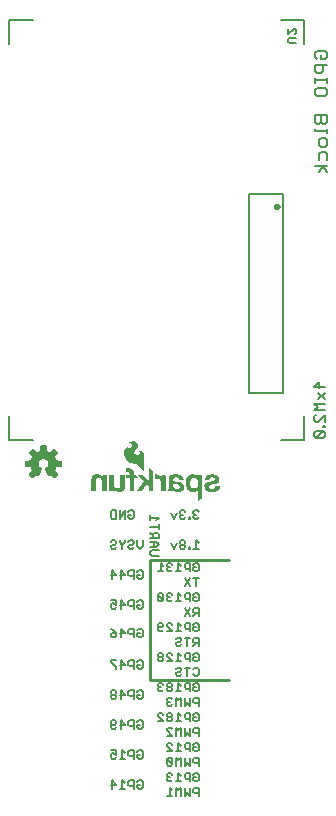
<source format=gbr>
G04 EAGLE Gerber RS-274X export*
G75*
%MOMM*%
%FSLAX34Y34*%
%LPD*%
%INSilkscreen Bottom*%
%IPPOS*%
%AMOC8*
5,1,8,0,0,1.08239X$1,22.5*%
G01*
%ADD10C,0.152400*%
%ADD11C,0.203200*%
%ADD12C,0.127000*%
%ADD13C,0.254000*%
%ADD14C,0.304800*%

G36*
X67740Y5226D02*
X67740Y5226D01*
X67848Y5236D01*
X67861Y5242D01*
X67875Y5244D01*
X67972Y5292D01*
X68071Y5337D01*
X68084Y5348D01*
X68093Y5352D01*
X68108Y5368D01*
X68185Y5430D01*
X70770Y8015D01*
X70833Y8104D01*
X70899Y8189D01*
X70904Y8202D01*
X70912Y8214D01*
X70943Y8317D01*
X70979Y8420D01*
X70979Y8434D01*
X70983Y8447D01*
X70979Y8555D01*
X70980Y8664D01*
X70975Y8677D01*
X70975Y8691D01*
X70937Y8793D01*
X70902Y8895D01*
X70893Y8910D01*
X70889Y8919D01*
X70875Y8936D01*
X70821Y9018D01*
X68057Y12408D01*
X68614Y13490D01*
X68620Y13510D01*
X68662Y13605D01*
X69033Y14764D01*
X73384Y15207D01*
X73488Y15235D01*
X73594Y15260D01*
X73606Y15267D01*
X73619Y15270D01*
X73709Y15331D01*
X73802Y15388D01*
X73810Y15399D01*
X73822Y15407D01*
X73888Y15493D01*
X73957Y15577D01*
X73961Y15590D01*
X73970Y15601D01*
X74004Y15704D01*
X74043Y15805D01*
X74044Y15823D01*
X74048Y15832D01*
X74048Y15854D01*
X74057Y15952D01*
X74057Y19608D01*
X74040Y19715D01*
X74026Y19823D01*
X74020Y19835D01*
X74018Y19849D01*
X73966Y19945D01*
X73919Y20042D01*
X73909Y20052D01*
X73903Y20064D01*
X73823Y20138D01*
X73747Y20215D01*
X73735Y20221D01*
X73725Y20231D01*
X73626Y20276D01*
X73529Y20324D01*
X73511Y20328D01*
X73502Y20332D01*
X73481Y20334D01*
X73384Y20353D01*
X69033Y20796D01*
X68662Y21955D01*
X68653Y21973D01*
X68651Y21980D01*
X68647Y21987D01*
X68614Y22070D01*
X68057Y23152D01*
X70821Y26542D01*
X70875Y26636D01*
X70932Y26728D01*
X70935Y26741D01*
X70942Y26753D01*
X70963Y26860D01*
X70988Y26965D01*
X70986Y26979D01*
X70989Y26993D01*
X70974Y27100D01*
X70964Y27208D01*
X70958Y27221D01*
X70956Y27235D01*
X70908Y27332D01*
X70863Y27431D01*
X70852Y27444D01*
X70848Y27453D01*
X70832Y27468D01*
X70770Y27545D01*
X68185Y30130D01*
X68096Y30193D01*
X68011Y30259D01*
X67998Y30264D01*
X67986Y30272D01*
X67883Y30303D01*
X67780Y30339D01*
X67766Y30339D01*
X67753Y30343D01*
X67645Y30339D01*
X67536Y30340D01*
X67523Y30335D01*
X67509Y30335D01*
X67407Y30297D01*
X67305Y30262D01*
X67290Y30253D01*
X67281Y30249D01*
X67264Y30235D01*
X67182Y30181D01*
X63792Y27417D01*
X62710Y27974D01*
X62690Y27980D01*
X62595Y28022D01*
X61436Y28393D01*
X60993Y32744D01*
X60965Y32848D01*
X60940Y32954D01*
X60933Y32966D01*
X60930Y32979D01*
X60869Y33069D01*
X60812Y33162D01*
X60801Y33170D01*
X60793Y33182D01*
X60707Y33248D01*
X60623Y33317D01*
X60610Y33321D01*
X60599Y33330D01*
X60496Y33364D01*
X60395Y33403D01*
X60377Y33404D01*
X60368Y33408D01*
X60346Y33408D01*
X60248Y33417D01*
X56592Y33417D01*
X56485Y33400D01*
X56377Y33386D01*
X56365Y33380D01*
X56351Y33378D01*
X56255Y33326D01*
X56158Y33279D01*
X56148Y33269D01*
X56136Y33263D01*
X56062Y33183D01*
X55985Y33107D01*
X55979Y33095D01*
X55969Y33085D01*
X55924Y32986D01*
X55876Y32889D01*
X55872Y32871D01*
X55868Y32862D01*
X55866Y32841D01*
X55847Y32744D01*
X55404Y28393D01*
X54245Y28022D01*
X54227Y28012D01*
X54130Y27974D01*
X53048Y27417D01*
X49658Y30181D01*
X49564Y30235D01*
X49472Y30292D01*
X49459Y30295D01*
X49447Y30302D01*
X49340Y30323D01*
X49235Y30348D01*
X49221Y30346D01*
X49207Y30349D01*
X49100Y30334D01*
X48992Y30324D01*
X48979Y30318D01*
X48966Y30316D01*
X48868Y30268D01*
X48769Y30223D01*
X48756Y30212D01*
X48747Y30208D01*
X48732Y30192D01*
X48655Y30130D01*
X46070Y27545D01*
X46007Y27456D01*
X45941Y27371D01*
X45936Y27358D01*
X45928Y27346D01*
X45897Y27243D01*
X45861Y27140D01*
X45861Y27126D01*
X45857Y27113D01*
X45861Y27005D01*
X45860Y26896D01*
X45865Y26883D01*
X45865Y26869D01*
X45903Y26767D01*
X45938Y26665D01*
X45947Y26650D01*
X45951Y26641D01*
X45965Y26624D01*
X46019Y26542D01*
X48783Y23152D01*
X48226Y22070D01*
X48220Y22050D01*
X48178Y21955D01*
X47807Y20796D01*
X43456Y20353D01*
X43352Y20325D01*
X43246Y20300D01*
X43234Y20293D01*
X43221Y20290D01*
X43131Y20229D01*
X43038Y20172D01*
X43030Y20161D01*
X43018Y20153D01*
X42952Y20067D01*
X42884Y19983D01*
X42879Y19970D01*
X42870Y19959D01*
X42836Y19856D01*
X42797Y19755D01*
X42796Y19737D01*
X42792Y19728D01*
X42793Y19706D01*
X42783Y19608D01*
X42783Y15952D01*
X42800Y15845D01*
X42814Y15737D01*
X42820Y15725D01*
X42822Y15711D01*
X42874Y15615D01*
X42921Y15518D01*
X42931Y15508D01*
X42937Y15496D01*
X43017Y15422D01*
X43093Y15345D01*
X43105Y15339D01*
X43116Y15329D01*
X43214Y15284D01*
X43311Y15236D01*
X43329Y15232D01*
X43338Y15228D01*
X43359Y15226D01*
X43456Y15207D01*
X47807Y14764D01*
X48178Y13605D01*
X48188Y13587D01*
X48226Y13490D01*
X48783Y12408D01*
X46019Y9018D01*
X45965Y8924D01*
X45908Y8832D01*
X45905Y8819D01*
X45898Y8807D01*
X45877Y8700D01*
X45852Y8595D01*
X45854Y8581D01*
X45851Y8567D01*
X45866Y8460D01*
X45876Y8352D01*
X45882Y8339D01*
X45884Y8326D01*
X45932Y8228D01*
X45977Y8129D01*
X45988Y8116D01*
X45992Y8107D01*
X46008Y8092D01*
X46070Y8015D01*
X48655Y5430D01*
X48744Y5367D01*
X48829Y5301D01*
X48842Y5296D01*
X48854Y5288D01*
X48957Y5257D01*
X49060Y5221D01*
X49074Y5221D01*
X49087Y5217D01*
X49195Y5221D01*
X49304Y5220D01*
X49317Y5225D01*
X49331Y5225D01*
X49433Y5263D01*
X49535Y5298D01*
X49550Y5307D01*
X49559Y5311D01*
X49576Y5325D01*
X49658Y5379D01*
X53048Y8143D01*
X54130Y7586D01*
X54183Y7569D01*
X54232Y7543D01*
X54298Y7532D01*
X54362Y7511D01*
X54418Y7512D01*
X54472Y7503D01*
X54539Y7514D01*
X54606Y7515D01*
X54658Y7533D01*
X54713Y7542D01*
X54773Y7574D01*
X54836Y7597D01*
X54879Y7631D01*
X54929Y7657D01*
X54975Y7706D01*
X55027Y7748D01*
X55058Y7795D01*
X55096Y7835D01*
X55152Y7940D01*
X55160Y7953D01*
X55161Y7958D01*
X55165Y7965D01*
X57318Y13162D01*
X57338Y13245D01*
X57343Y13258D01*
X57345Y13274D01*
X57370Y13359D01*
X57369Y13380D01*
X57374Y13400D01*
X57366Y13482D01*
X57367Y13501D01*
X57363Y13521D01*
X57359Y13602D01*
X57352Y13622D01*
X57350Y13643D01*
X57318Y13712D01*
X57312Y13739D01*
X57297Y13763D01*
X57271Y13830D01*
X57258Y13846D01*
X57249Y13865D01*
X57204Y13914D01*
X57184Y13946D01*
X57153Y13971D01*
X57115Y14017D01*
X57092Y14033D01*
X57082Y14043D01*
X57061Y14055D01*
X56996Y14100D01*
X56995Y14101D01*
X56994Y14102D01*
X56095Y14608D01*
X55408Y15252D01*
X54893Y16040D01*
X54581Y16928D01*
X54489Y17865D01*
X54622Y18797D01*
X54973Y19671D01*
X55522Y20436D01*
X56236Y21049D01*
X57076Y21474D01*
X57993Y21688D01*
X58934Y21678D01*
X59846Y21444D01*
X60676Y21001D01*
X61377Y20372D01*
X61909Y19595D01*
X62240Y18714D01*
X62353Y17779D01*
X62245Y16862D01*
X61925Y15994D01*
X61411Y15225D01*
X60732Y14598D01*
X59848Y14103D01*
X59806Y14070D01*
X59764Y14047D01*
X59733Y14014D01*
X59685Y13979D01*
X59673Y13963D01*
X59657Y13950D01*
X59622Y13895D01*
X59597Y13869D01*
X59584Y13839D01*
X59542Y13781D01*
X59536Y13762D01*
X59526Y13745D01*
X59507Y13670D01*
X59497Y13647D01*
X59494Y13623D01*
X59471Y13548D01*
X59472Y13528D01*
X59467Y13508D01*
X59474Y13422D01*
X59473Y13404D01*
X59476Y13388D01*
X59479Y13304D01*
X59487Y13279D01*
X59488Y13265D01*
X59498Y13243D01*
X59522Y13162D01*
X60451Y10919D01*
X60451Y10918D01*
X61382Y8671D01*
X61383Y8671D01*
X61675Y7965D01*
X61704Y7918D01*
X61725Y7866D01*
X61768Y7815D01*
X61804Y7758D01*
X61847Y7723D01*
X61883Y7680D01*
X61940Y7646D01*
X61992Y7603D01*
X62044Y7584D01*
X62092Y7555D01*
X62158Y7541D01*
X62221Y7517D01*
X62276Y7515D01*
X62330Y7504D01*
X62397Y7511D01*
X62464Y7509D01*
X62518Y7525D01*
X62573Y7532D01*
X62684Y7576D01*
X62698Y7580D01*
X62702Y7583D01*
X62710Y7586D01*
X63792Y8143D01*
X67182Y5379D01*
X67276Y5325D01*
X67368Y5268D01*
X67381Y5265D01*
X67393Y5258D01*
X67500Y5237D01*
X67605Y5212D01*
X67619Y5214D01*
X67633Y5211D01*
X67740Y5226D01*
G37*
G36*
X143495Y11259D02*
X143495Y11259D01*
X143495Y11260D01*
X143495Y24060D01*
X143495Y24061D01*
X143295Y25861D01*
X143294Y25861D01*
X143295Y25862D01*
X143095Y26462D01*
X143094Y26462D01*
X142794Y27062D01*
X142794Y27063D01*
X142494Y27563D01*
X142493Y27563D01*
X142493Y27564D01*
X141993Y27864D01*
X141593Y28164D01*
X141592Y28164D01*
X141592Y28165D01*
X140592Y28565D01*
X140591Y28564D01*
X140591Y28565D01*
X139991Y28665D01*
X139990Y28665D01*
X139190Y28665D01*
X139189Y28664D01*
X139189Y28665D01*
X138789Y28565D01*
X138590Y28565D01*
X138589Y28564D01*
X138588Y28564D01*
X138388Y28464D01*
X138387Y28464D01*
X138387Y28462D01*
X138385Y28458D01*
X138387Y28458D01*
X138386Y28456D01*
X138486Y28356D01*
X138488Y28356D01*
X138888Y28156D01*
X138888Y28155D01*
X139187Y28056D01*
X139386Y27856D01*
X139586Y27657D01*
X139786Y27358D01*
X139885Y27059D01*
X139885Y26761D01*
X139785Y26462D01*
X139586Y26063D01*
X139287Y25764D01*
X138988Y25564D01*
X138489Y25365D01*
X137990Y25265D01*
X137191Y25265D01*
X136392Y25465D01*
X135793Y25864D01*
X135394Y26363D01*
X135195Y26961D01*
X135195Y27659D01*
X135494Y28357D01*
X136194Y29157D01*
X136994Y30057D01*
X137694Y30857D01*
X137694Y30858D01*
X138194Y31758D01*
X138194Y31759D01*
X138195Y31759D01*
X138395Y32659D01*
X138395Y32660D01*
X138395Y33460D01*
X138394Y33461D01*
X138395Y33462D01*
X138095Y34362D01*
X138094Y34362D01*
X138094Y34363D01*
X137594Y35063D01*
X137593Y35063D01*
X137593Y35064D01*
X136693Y35864D01*
X136692Y35864D01*
X135592Y36464D01*
X135591Y36464D01*
X135591Y36465D01*
X134491Y36665D01*
X134490Y36665D01*
X133490Y36665D01*
X133489Y36664D01*
X133488Y36665D01*
X132588Y36365D01*
X131788Y36065D01*
X131788Y36064D01*
X131188Y35764D01*
X131187Y35764D01*
X130787Y35464D01*
X130786Y35464D01*
X130686Y35364D01*
X130686Y35362D01*
X130685Y35361D01*
X130686Y35359D01*
X130686Y35357D01*
X130688Y35357D01*
X130690Y35355D01*
X130990Y35355D01*
X130991Y35356D01*
X130992Y35355D01*
X131291Y35455D01*
X131589Y35455D01*
X131989Y35355D01*
X132488Y35255D01*
X132887Y35056D01*
X133286Y34756D01*
X133486Y34458D01*
X133585Y34158D01*
X133586Y34158D01*
X133685Y33958D01*
X133785Y33660D01*
X133685Y33362D01*
X133685Y33361D01*
X133585Y32962D01*
X133386Y32663D01*
X133386Y32662D01*
X133186Y32263D01*
X132887Y31964D01*
X132587Y31764D01*
X132187Y31464D01*
X131888Y31264D01*
X131089Y30865D01*
X130391Y30865D01*
X130092Y30965D01*
X129794Y31163D01*
X129695Y31462D01*
X129595Y31761D01*
X129595Y32560D01*
X129594Y32561D01*
X129595Y32562D01*
X129593Y32562D01*
X129591Y32565D01*
X129589Y32564D01*
X129588Y32564D01*
X128788Y32164D01*
X128787Y32163D01*
X128786Y32163D01*
X127986Y31263D01*
X127286Y30063D01*
X127286Y30062D01*
X127285Y30062D01*
X126785Y28662D01*
X126785Y28661D01*
X126485Y27061D01*
X126486Y27060D01*
X126485Y27060D01*
X126585Y25260D01*
X126586Y25259D01*
X126585Y25259D01*
X127085Y23459D01*
X127086Y23458D01*
X128086Y21658D01*
X128086Y21657D01*
X128786Y20757D01*
X128787Y20757D01*
X128786Y20756D01*
X129586Y19956D01*
X129587Y19956D01*
X130387Y19256D01*
X131387Y18656D01*
X131388Y18656D01*
X131388Y18655D01*
X132388Y18255D01*
X132389Y18256D01*
X132389Y18255D01*
X133489Y17955D01*
X134689Y17755D01*
X134690Y17755D01*
X136590Y17755D01*
X137188Y17655D01*
X137687Y17356D01*
X138187Y16956D01*
X138687Y16556D01*
X139186Y15957D01*
X139187Y15957D01*
X139186Y15956D01*
X140486Y14657D01*
X140986Y13957D01*
X140987Y13957D01*
X140986Y13956D01*
X141586Y13357D01*
X142086Y12757D01*
X142087Y12757D01*
X142086Y12756D01*
X142586Y12257D01*
X142886Y11857D01*
X142887Y11857D01*
X142886Y11856D01*
X143186Y11557D01*
X143386Y11257D01*
X143389Y11256D01*
X143390Y11255D01*
X143490Y11255D01*
X143495Y11259D01*
G37*
G36*
X189192Y-14243D02*
X189192Y-14243D01*
X189194Y-14244D01*
X190093Y-13344D01*
X191593Y-12144D01*
X191594Y-12144D01*
X192493Y-11244D01*
X192993Y-10844D01*
X192993Y-10842D01*
X192995Y-10841D01*
X192995Y-10840D01*
X192995Y7660D01*
X192992Y7663D01*
X192991Y7665D01*
X192591Y7765D01*
X192091Y7865D01*
X192090Y7865D01*
X191591Y7865D01*
X191191Y7965D01*
X190691Y8065D01*
X190291Y8165D01*
X189291Y8365D01*
X189290Y8364D01*
X189285Y8362D01*
X189286Y8361D01*
X189285Y8360D01*
X189285Y6574D01*
X188894Y7063D01*
X188894Y7064D01*
X188494Y7464D01*
X188493Y7464D01*
X187993Y7864D01*
X186993Y8464D01*
X186991Y8464D01*
X186991Y8465D01*
X185791Y8665D01*
X185790Y8665D01*
X185090Y8665D01*
X185024Y8661D01*
X185023Y8661D01*
X184949Y8656D01*
X184875Y8651D01*
X184874Y8651D01*
X184800Y8646D01*
X184725Y8641D01*
X184651Y8636D01*
X184576Y8631D01*
X184502Y8626D01*
X184427Y8621D01*
X184353Y8616D01*
X184278Y8611D01*
X184204Y8606D01*
X184129Y8601D01*
X184055Y8596D01*
X183980Y8591D01*
X183906Y8586D01*
X183905Y8586D01*
X183831Y8581D01*
X183757Y8576D01*
X183756Y8576D01*
X183682Y8571D01*
X183607Y8566D01*
X183590Y8565D01*
X183589Y8564D01*
X183588Y8565D01*
X182188Y8065D01*
X182188Y8064D01*
X182187Y8064D01*
X181087Y7364D01*
X181087Y7363D01*
X181086Y7363D01*
X180186Y6363D01*
X179486Y5263D01*
X179486Y5262D01*
X179485Y5261D01*
X179085Y3961D01*
X178785Y2561D01*
X178785Y2560D01*
X178685Y1060D01*
X178785Y-340D01*
X178785Y-341D01*
X179085Y-1641D01*
X179086Y-1641D01*
X179085Y-1642D01*
X179585Y-2842D01*
X179586Y-2842D01*
X180186Y-3942D01*
X180187Y-3943D01*
X180186Y-3944D01*
X181086Y-4844D01*
X181087Y-4844D01*
X182187Y-5644D01*
X182188Y-5644D01*
X182188Y-5645D01*
X183388Y-6045D01*
X183389Y-6044D01*
X183389Y-6045D01*
X184889Y-6245D01*
X184890Y-6245D01*
X184891Y-6245D01*
X186691Y-5945D01*
X186691Y-5944D01*
X186692Y-5944D01*
X187292Y-5644D01*
X187293Y-5644D01*
X188293Y-5044D01*
X188293Y-5043D01*
X188294Y-5043D01*
X189092Y-4045D01*
X189185Y-4045D01*
X189185Y-14240D01*
X189186Y-14241D01*
X189186Y-14243D01*
X189188Y-14243D01*
X189189Y-14245D01*
X189190Y-14245D01*
X189192Y-14243D01*
G37*
G36*
X173190Y-6245D02*
X173190Y-6245D01*
X173191Y-6245D01*
X173690Y-6145D01*
X174190Y-6145D01*
X174191Y-6144D01*
X174191Y-6145D01*
X174591Y-6045D01*
X174592Y-6044D01*
X174592Y-6045D01*
X175092Y-5845D01*
X175092Y-5844D01*
X175492Y-5644D01*
X175493Y-5644D01*
X175792Y-5444D01*
X176192Y-5244D01*
X176193Y-5243D01*
X176194Y-5244D01*
X176494Y-4944D01*
X176494Y-4943D01*
X176694Y-4643D01*
X176994Y-4243D01*
X177194Y-3943D01*
X177194Y-3942D01*
X177195Y-3941D01*
X177295Y-3442D01*
X177494Y-3042D01*
X177494Y-3041D01*
X177495Y-3041D01*
X177495Y-3040D01*
X177495Y-2540D01*
X177595Y-2041D01*
X177594Y-2040D01*
X177595Y-2039D01*
X177395Y-939D01*
X177395Y-938D01*
X177095Y-38D01*
X177094Y-38D01*
X176694Y662D01*
X176693Y663D01*
X176693Y664D01*
X175993Y1264D01*
X175992Y1264D01*
X175292Y1664D01*
X175292Y1665D01*
X174492Y1965D01*
X174491Y1965D01*
X173691Y2165D01*
X170991Y2465D01*
X170291Y2565D01*
X169591Y2765D01*
X168992Y2965D01*
X168493Y3264D01*
X168195Y3662D01*
X168195Y4759D01*
X168494Y5357D01*
X168594Y5456D01*
X168594Y5458D01*
X168694Y5656D01*
X169291Y5955D01*
X169490Y5955D01*
X169491Y5956D01*
X169492Y5956D01*
X169691Y6055D01*
X171489Y6055D01*
X172487Y5556D01*
X172886Y5157D01*
X172985Y4958D01*
X173085Y4658D01*
X173086Y4658D01*
X173185Y4459D01*
X173185Y3960D01*
X173189Y3955D01*
X173190Y3955D01*
X177090Y3955D01*
X177091Y3956D01*
X177095Y3959D01*
X177094Y3960D01*
X177095Y3961D01*
X176895Y5161D01*
X176894Y5161D01*
X176895Y5162D01*
X176695Y5762D01*
X176694Y5762D01*
X176694Y5763D01*
X176394Y6163D01*
X176094Y6663D01*
X175794Y7063D01*
X175793Y7063D01*
X175793Y7064D01*
X175393Y7364D01*
X174393Y7964D01*
X174392Y7964D01*
X174392Y7965D01*
X173892Y8165D01*
X173891Y8164D01*
X173891Y8165D01*
X173391Y8265D01*
X172792Y8465D01*
X172791Y8465D01*
X172191Y8565D01*
X171691Y8665D01*
X171690Y8665D01*
X169390Y8665D01*
X169389Y8665D01*
X168890Y8565D01*
X168290Y8565D01*
X168289Y8565D01*
X167789Y8465D01*
X167789Y8464D01*
X167788Y8465D01*
X167289Y8265D01*
X166789Y8165D01*
X166789Y8164D01*
X166788Y8165D01*
X166288Y7965D01*
X166288Y7964D01*
X166287Y7964D01*
X165087Y7064D01*
X165087Y7063D01*
X165086Y7063D01*
X164786Y6663D01*
X164786Y6662D01*
X164586Y6262D01*
X164585Y6262D01*
X164385Y5762D01*
X164386Y5761D01*
X164385Y5761D01*
X164285Y5261D01*
X164285Y5260D01*
X164285Y-3439D01*
X164186Y-3638D01*
X164186Y-3639D01*
X164185Y-3639D01*
X164185Y-3640D01*
X164185Y-4539D01*
X164086Y-4738D01*
X164086Y-4739D01*
X164085Y-4739D01*
X164085Y-4740D01*
X164085Y-4939D01*
X163986Y-5138D01*
X163986Y-5139D01*
X163985Y-5139D01*
X163985Y-5140D01*
X163985Y-5439D01*
X163886Y-5637D01*
X163786Y-5736D01*
X163786Y-5738D01*
X163785Y-5739D01*
X163785Y-5740D01*
X163785Y-5840D01*
X163789Y-5845D01*
X163790Y-5845D01*
X167690Y-5845D01*
X167695Y-5841D01*
X167695Y-5840D01*
X167695Y-5742D01*
X167794Y-5644D01*
X167794Y-5642D01*
X167795Y-5641D01*
X167795Y-5640D01*
X167795Y-5542D01*
X167894Y-5444D01*
X167894Y-5442D01*
X167895Y-5441D01*
X167895Y-5440D01*
X167895Y-5142D01*
X167994Y-5044D01*
X167994Y-5042D01*
X167995Y-5041D01*
X167995Y-5040D01*
X167995Y-4457D01*
X168186Y-4743D01*
X168187Y-4743D01*
X168187Y-4744D01*
X168487Y-4944D01*
X168686Y-5144D01*
X168687Y-5144D01*
X168987Y-5344D01*
X168988Y-5344D01*
X168988Y-5345D01*
X169288Y-5445D01*
X169587Y-5644D01*
X169588Y-5644D01*
X169588Y-5645D01*
X170788Y-6045D01*
X170789Y-6044D01*
X170790Y-6045D01*
X171089Y-6045D01*
X171388Y-6145D01*
X171389Y-6144D01*
X171390Y-6145D01*
X171789Y-6145D01*
X172088Y-6245D01*
X172089Y-6244D01*
X172090Y-6245D01*
X173190Y-6245D01*
X173190Y-6245D01*
G37*
G36*
X142192Y-5843D02*
X142192Y-5843D01*
X142194Y-5843D01*
X146091Y452D01*
X147585Y-942D01*
X147585Y-5840D01*
X147589Y-5845D01*
X147590Y-5845D01*
X151490Y-5845D01*
X151495Y-5841D01*
X151495Y-5840D01*
X151495Y11560D01*
X151493Y11562D01*
X151492Y11564D01*
X147592Y13664D01*
X147591Y13664D01*
X147591Y13665D01*
X147589Y13664D01*
X147586Y13663D01*
X147586Y13661D01*
X147585Y13660D01*
X147585Y3272D01*
X142694Y8363D01*
X142691Y8364D01*
X142690Y8365D01*
X138090Y8365D01*
X138089Y8364D01*
X138087Y8364D01*
X138087Y8362D01*
X138085Y8361D01*
X138087Y8359D01*
X138087Y8356D01*
X143384Y3159D01*
X137486Y-5837D01*
X137486Y-5839D01*
X137485Y-5839D01*
X137486Y-5841D01*
X137487Y-5844D01*
X137489Y-5844D01*
X137490Y-5845D01*
X142190Y-5845D01*
X142192Y-5843D01*
G37*
G36*
X102695Y-5841D02*
X102695Y-5841D01*
X102695Y-5840D01*
X102695Y2160D01*
X102795Y2959D01*
X102895Y3659D01*
X102995Y4258D01*
X103294Y4757D01*
X103593Y5156D01*
X104092Y5455D01*
X104591Y5555D01*
X105190Y5655D01*
X105989Y5555D01*
X106588Y5455D01*
X107087Y5156D01*
X107486Y4657D01*
X107786Y4158D01*
X108085Y3459D01*
X108185Y2559D01*
X108185Y-5840D01*
X108189Y-5845D01*
X108190Y-5845D01*
X112090Y-5845D01*
X112095Y-5841D01*
X112095Y-5840D01*
X112095Y8360D01*
X112091Y8365D01*
X112090Y8365D01*
X108390Y8365D01*
X108385Y8361D01*
X108385Y8360D01*
X108385Y6365D01*
X108293Y6365D01*
X107894Y6963D01*
X107894Y6964D01*
X107494Y7364D01*
X107493Y7364D01*
X106993Y7764D01*
X106393Y8164D01*
X106392Y8164D01*
X106392Y8165D01*
X105192Y8565D01*
X105191Y8565D01*
X104591Y8665D01*
X104590Y8665D01*
X103990Y8665D01*
X103928Y8661D01*
X103858Y8656D01*
X103789Y8651D01*
X103719Y8646D01*
X103650Y8641D01*
X103580Y8636D01*
X103511Y8631D01*
X103441Y8626D01*
X103371Y8621D01*
X103302Y8616D01*
X103232Y8611D01*
X103163Y8606D01*
X103093Y8601D01*
X103024Y8596D01*
X102954Y8591D01*
X102885Y8586D01*
X102884Y8586D01*
X102815Y8581D01*
X102745Y8576D01*
X102676Y8571D01*
X102606Y8566D01*
X102590Y8565D01*
X102589Y8565D01*
X101489Y8265D01*
X101488Y8264D01*
X100588Y7764D01*
X100587Y7763D01*
X100586Y7764D01*
X99886Y7064D01*
X99886Y7063D01*
X99386Y6263D01*
X99386Y6262D01*
X99385Y6261D01*
X99085Y5261D01*
X98885Y4161D01*
X98885Y4160D01*
X98785Y2860D01*
X98785Y-5840D01*
X98789Y-5845D01*
X98790Y-5845D01*
X102690Y-5845D01*
X102695Y-5841D01*
G37*
G36*
X122360Y-6240D02*
X122360Y-6240D01*
X122430Y-6235D01*
X122500Y-6230D01*
X122570Y-6225D01*
X122640Y-6220D01*
X122710Y-6215D01*
X122780Y-6210D01*
X122850Y-6205D01*
X122920Y-6200D01*
X122990Y-6195D01*
X123060Y-6190D01*
X123130Y-6185D01*
X123200Y-6180D01*
X123270Y-6175D01*
X123340Y-6170D01*
X123410Y-6165D01*
X123480Y-6160D01*
X123550Y-6155D01*
X123620Y-6150D01*
X123690Y-6145D01*
X123691Y-6144D01*
X123692Y-6145D01*
X124792Y-5745D01*
X124792Y-5744D01*
X125692Y-5244D01*
X125693Y-5244D01*
X126393Y-4644D01*
X126393Y-4643D01*
X126394Y-4642D01*
X126894Y-3742D01*
X126895Y-3741D01*
X127195Y-2741D01*
X127395Y-1641D01*
X127395Y-1640D01*
X127395Y8360D01*
X127391Y8365D01*
X127390Y8365D01*
X123590Y8365D01*
X123585Y8361D01*
X123585Y8360D01*
X123585Y360D01*
X123385Y-1239D01*
X123285Y-1838D01*
X122986Y-2237D01*
X122687Y-2636D01*
X122188Y-2935D01*
X121689Y-3035D01*
X121090Y-3135D01*
X120291Y-3035D01*
X119692Y-2935D01*
X119193Y-2636D01*
X118794Y-2237D01*
X118495Y-1638D01*
X118195Y-939D01*
X118095Y-140D01*
X118095Y8360D01*
X118091Y8365D01*
X118090Y8365D01*
X114190Y8365D01*
X114185Y8361D01*
X114185Y8360D01*
X114185Y-5840D01*
X114189Y-5845D01*
X114190Y-5845D01*
X117890Y-5845D01*
X117895Y-5841D01*
X117895Y-5840D01*
X117895Y-3845D01*
X117987Y-3845D01*
X118386Y-4443D01*
X118786Y-4943D01*
X118787Y-4943D01*
X118787Y-4944D01*
X119287Y-5344D01*
X119288Y-5344D01*
X119888Y-5644D01*
X119888Y-5645D01*
X120388Y-5845D01*
X120988Y-6045D01*
X120989Y-6045D01*
X121689Y-6145D01*
X122289Y-6245D01*
X122290Y-6245D01*
X122360Y-6240D01*
G37*
G36*
X202290Y-6145D02*
X202290Y-6145D01*
X202291Y-6145D01*
X203491Y-5945D01*
X204591Y-5645D01*
X204592Y-5644D01*
X205592Y-5144D01*
X205593Y-5144D01*
X206393Y-4444D01*
X206393Y-4443D01*
X206394Y-4443D01*
X207094Y-3543D01*
X207094Y-3542D01*
X207095Y-3542D01*
X207495Y-2542D01*
X207494Y-2541D01*
X207495Y-2541D01*
X207695Y-1241D01*
X207695Y-1240D01*
X207691Y-1235D01*
X207691Y-1236D01*
X207690Y-1235D01*
X203990Y-1235D01*
X203985Y-1239D01*
X203985Y-1240D01*
X203985Y-1839D01*
X203786Y-2337D01*
X203486Y-2736D01*
X203087Y-3036D01*
X202688Y-3335D01*
X202089Y-3435D01*
X201589Y-3535D01*
X200990Y-3635D01*
X200591Y-3535D01*
X200590Y-3536D01*
X200590Y-3535D01*
X200191Y-3535D01*
X199792Y-3435D01*
X199393Y-3236D01*
X198993Y-2936D01*
X198695Y-2637D01*
X198595Y-2239D01*
X198495Y-1840D01*
X198595Y-1442D01*
X198794Y-1043D01*
X199193Y-744D01*
X199692Y-445D01*
X200291Y-245D01*
X201891Y155D01*
X202891Y355D01*
X203791Y555D01*
X203791Y556D01*
X203792Y555D01*
X204592Y855D01*
X205292Y1155D01*
X205292Y1156D01*
X205992Y1556D01*
X205993Y1556D01*
X206593Y1956D01*
X206593Y1957D01*
X206594Y1957D01*
X206994Y2557D01*
X206994Y2558D01*
X206995Y2558D01*
X207295Y3258D01*
X207294Y3259D01*
X207295Y3259D01*
X207395Y4159D01*
X207395Y4160D01*
X207295Y5360D01*
X207294Y5361D01*
X207295Y5362D01*
X206895Y6362D01*
X206894Y6362D01*
X206894Y6363D01*
X206194Y7163D01*
X206193Y7163D01*
X206193Y7164D01*
X205493Y7764D01*
X205492Y7764D01*
X204492Y8264D01*
X204491Y8264D01*
X204491Y8265D01*
X203491Y8465D01*
X202391Y8665D01*
X202390Y8665D01*
X200090Y8665D01*
X200089Y8665D01*
X198989Y8465D01*
X197989Y8165D01*
X197988Y8164D01*
X197988Y8165D01*
X197088Y7765D01*
X197088Y7764D01*
X197087Y7764D01*
X196287Y7164D01*
X196287Y7163D01*
X196286Y7163D01*
X195686Y6363D01*
X195686Y6362D01*
X195186Y5362D01*
X195186Y5361D01*
X195185Y5361D01*
X194985Y4161D01*
X194986Y4160D01*
X194989Y4155D01*
X194989Y4156D01*
X194990Y4155D01*
X198690Y4155D01*
X198694Y4158D01*
X198695Y4159D01*
X198795Y4659D01*
X198994Y5158D01*
X199194Y5456D01*
X199492Y5656D01*
X199892Y5856D01*
X200391Y6055D01*
X202089Y6055D01*
X202388Y5955D01*
X202389Y5955D01*
X202789Y5855D01*
X203087Y5756D01*
X203485Y5158D01*
X203485Y4761D01*
X203385Y4362D01*
X203086Y3964D01*
X202687Y3664D01*
X202088Y3365D01*
X201489Y3165D01*
X200689Y3065D01*
X198289Y2465D01*
X197389Y2265D01*
X197388Y2264D01*
X195988Y1464D01*
X195987Y1464D01*
X195387Y964D01*
X195387Y963D01*
X195386Y963D01*
X194986Y363D01*
X194986Y362D01*
X194985Y362D01*
X194685Y-338D01*
X194686Y-339D01*
X194685Y-339D01*
X194585Y-1239D01*
X194586Y-1240D01*
X194585Y-1241D01*
X194785Y-2541D01*
X194786Y-2541D01*
X194785Y-2542D01*
X195185Y-3642D01*
X195186Y-3642D01*
X195186Y-3643D01*
X195786Y-4443D01*
X195787Y-4443D01*
X195787Y-4444D01*
X196587Y-5144D01*
X196588Y-5144D01*
X197588Y-5644D01*
X197589Y-5645D01*
X198689Y-5945D01*
X199889Y-6145D01*
X199890Y-6145D01*
X201090Y-6245D01*
X202290Y-6145D01*
G37*
G36*
X135095Y-5841D02*
X135095Y-5841D01*
X135095Y-5840D01*
X135095Y5755D01*
X138990Y5755D01*
X138992Y5756D01*
X138994Y5757D01*
X138993Y5758D01*
X138995Y5759D01*
X138993Y5761D01*
X138993Y5764D01*
X138593Y6064D01*
X136994Y7664D01*
X136993Y7664D01*
X136594Y7964D01*
X136294Y8363D01*
X136291Y8364D01*
X136290Y8365D01*
X135095Y8365D01*
X135095Y10360D01*
X135094Y10361D01*
X135095Y10362D01*
X134795Y11162D01*
X134495Y11862D01*
X134494Y11862D01*
X134494Y11863D01*
X133994Y12463D01*
X133993Y12463D01*
X133993Y12464D01*
X133293Y12964D01*
X133292Y12964D01*
X132492Y13364D01*
X132491Y13365D01*
X131491Y13665D01*
X131491Y13664D01*
X131490Y13665D01*
X128590Y13665D01*
X128589Y13664D01*
X128588Y13664D01*
X128388Y13564D01*
X128387Y13562D01*
X128385Y13560D01*
X128385Y10760D01*
X128389Y10755D01*
X128390Y10755D01*
X130089Y10755D01*
X130488Y10655D01*
X130887Y10456D01*
X131086Y10158D01*
X131185Y9959D01*
X131185Y9560D01*
X131186Y9559D01*
X131185Y9559D01*
X131285Y9159D01*
X131285Y8365D01*
X128590Y8365D01*
X128585Y8361D01*
X128585Y8360D01*
X128585Y5760D01*
X128589Y5755D01*
X128590Y5755D01*
X131285Y5755D01*
X131285Y-5840D01*
X131289Y-5845D01*
X131290Y-5845D01*
X135090Y-5845D01*
X135095Y-5841D01*
G37*
G36*
X162095Y-5841D02*
X162095Y-5841D01*
X162095Y-5840D01*
X162095Y7660D01*
X162092Y7664D01*
X162091Y7665D01*
X161591Y7765D01*
X161191Y7865D01*
X161190Y7864D01*
X161190Y7865D01*
X160690Y7865D01*
X160191Y7965D01*
X159791Y8065D01*
X159291Y8165D01*
X158791Y8265D01*
X158391Y8365D01*
X158390Y8364D01*
X158385Y8362D01*
X158386Y8361D01*
X158385Y8360D01*
X158385Y5679D01*
X157994Y6362D01*
X157994Y6363D01*
X157594Y6863D01*
X157094Y7463D01*
X157093Y7463D01*
X157093Y7464D01*
X156593Y7864D01*
X156592Y7864D01*
X155892Y8264D01*
X155892Y8265D01*
X155292Y8465D01*
X155291Y8465D01*
X154591Y8665D01*
X154591Y8664D01*
X154590Y8665D01*
X153190Y8665D01*
X153188Y8663D01*
X153186Y8664D01*
X153088Y8565D01*
X152990Y8565D01*
X152985Y8561D01*
X152985Y8560D01*
X152985Y4960D01*
X152989Y4955D01*
X152990Y4955D01*
X153090Y4955D01*
X153091Y4956D01*
X153092Y4956D01*
X153291Y5055D01*
X154390Y5055D01*
X155389Y4955D01*
X156188Y4755D01*
X156887Y4356D01*
X157386Y3757D01*
X157785Y3058D01*
X157985Y2359D01*
X158185Y1459D01*
X158185Y-5840D01*
X158189Y-5845D01*
X158190Y-5845D01*
X162090Y-5845D01*
X162095Y-5841D01*
G37*
%LPC*%
G36*
X185091Y-3135D02*
X185091Y-3135D01*
X184292Y-2935D01*
X183694Y-2437D01*
X183294Y-1937D01*
X182995Y-1238D01*
X182695Y-439D01*
X182595Y360D01*
X182595Y2060D01*
X182695Y2859D01*
X182995Y3658D01*
X183294Y4357D01*
X183793Y4956D01*
X184392Y5356D01*
X185091Y5655D01*
X185990Y5755D01*
X186789Y5655D01*
X187587Y5356D01*
X188087Y4956D01*
X188586Y4357D01*
X188885Y3658D01*
X189185Y2859D01*
X189285Y2060D01*
X189285Y361D01*
X189085Y-439D01*
X188885Y-1238D01*
X188586Y-1937D01*
X188087Y-2436D01*
X187488Y-2936D01*
X186789Y-3135D01*
X185890Y-3235D01*
X185091Y-3135D01*
G37*
%LPD*%
%LPC*%
G36*
X171291Y-3635D02*
X171291Y-3635D01*
X170791Y-3535D01*
X170790Y-3535D01*
X170291Y-3535D01*
X169892Y-3336D01*
X169891Y-3335D01*
X169492Y-3235D01*
X169193Y-3036D01*
X168994Y-2837D01*
X168794Y-2537D01*
X168794Y-2536D01*
X168594Y-2337D01*
X168495Y-2038D01*
X168395Y-1738D01*
X168394Y-1738D01*
X168295Y-1538D01*
X168195Y-1239D01*
X168195Y1048D01*
X168386Y856D01*
X168389Y856D01*
X168390Y855D01*
X168589Y855D01*
X168988Y656D01*
X168989Y656D01*
X168990Y655D01*
X169189Y655D01*
X169388Y556D01*
X169389Y556D01*
X169390Y555D01*
X169789Y555D01*
X169988Y456D01*
X169989Y456D01*
X169990Y455D01*
X170189Y455D01*
X170488Y355D01*
X170489Y356D01*
X170490Y355D01*
X170889Y355D01*
X171188Y255D01*
X171189Y256D01*
X171190Y255D01*
X171589Y255D01*
X171788Y156D01*
X171789Y156D01*
X171790Y155D01*
X171989Y155D01*
X172288Y55D01*
X172487Y-44D01*
X172586Y-144D01*
X172588Y-144D01*
X172987Y-344D01*
X173086Y-444D01*
X173088Y-444D01*
X173286Y-544D01*
X173585Y-1141D01*
X173585Y-1340D01*
X173586Y-1341D01*
X173586Y-1342D01*
X173685Y-1541D01*
X173685Y-2039D01*
X173585Y-2338D01*
X173586Y-2339D01*
X173585Y-2339D01*
X173585Y-2340D01*
X173585Y-2539D01*
X173486Y-2737D01*
X173386Y-2836D01*
X173386Y-2838D01*
X173286Y-3036D01*
X173088Y-3136D01*
X173087Y-3137D01*
X173086Y-3136D01*
X172987Y-3236D01*
X172589Y-3435D01*
X172390Y-3435D01*
X172389Y-3436D01*
X172388Y-3436D01*
X172189Y-3535D01*
X171990Y-3535D01*
X171989Y-3536D01*
X171988Y-3536D01*
X171789Y-3635D01*
X171291Y-3635D01*
G37*
%LPD*%
D10*
X296418Y82873D02*
X287775Y82873D01*
X292096Y87195D01*
X292096Y81433D01*
X290656Y77840D02*
X296418Y72077D01*
X290656Y72077D02*
X296418Y77840D01*
X296418Y68484D02*
X287775Y68484D01*
X290656Y65603D01*
X287775Y62722D01*
X296418Y62722D01*
X296418Y59129D02*
X296418Y53367D01*
X296418Y59129D02*
X290656Y53367D01*
X289215Y53367D01*
X287775Y54808D01*
X287775Y57689D01*
X289215Y59129D01*
X294977Y49774D02*
X296418Y49774D01*
X294977Y49774D02*
X294977Y48333D01*
X296418Y48333D01*
X296418Y49774D01*
X294977Y45096D02*
X289215Y45096D01*
X287775Y43656D01*
X287775Y40775D01*
X289215Y39334D01*
X294977Y39334D01*
X296418Y40775D01*
X296418Y43656D01*
X294977Y45096D01*
X289215Y39334D01*
D11*
X289806Y360166D02*
X288027Y361945D01*
X288027Y365505D01*
X289806Y367284D01*
X296925Y367284D01*
X298704Y365505D01*
X298704Y361945D01*
X296925Y360166D01*
X293365Y360166D01*
X293365Y363725D01*
X288027Y355590D02*
X298704Y355590D01*
X288027Y355590D02*
X288027Y350251D01*
X289806Y348472D01*
X293365Y348472D01*
X295145Y350251D01*
X295145Y355590D01*
X298704Y343896D02*
X298704Y340337D01*
X298704Y342117D02*
X288027Y342117D01*
X288027Y343896D02*
X288027Y340337D01*
X288027Y334321D02*
X288027Y330762D01*
X288027Y334321D02*
X289806Y336100D01*
X296925Y336100D01*
X298704Y334321D01*
X298704Y330762D01*
X296925Y328982D01*
X289806Y328982D01*
X288027Y330762D01*
X288027Y312712D02*
X298704Y312712D01*
X288027Y312712D02*
X288027Y307374D01*
X289806Y305594D01*
X291586Y305594D01*
X293365Y307374D01*
X295145Y305594D01*
X296925Y305594D01*
X298704Y307374D01*
X298704Y312712D01*
X293365Y312712D02*
X293365Y307374D01*
X288027Y301018D02*
X288027Y299239D01*
X298704Y299239D01*
X298704Y301018D02*
X298704Y297459D01*
X298704Y291443D02*
X298704Y287884D01*
X296925Y286104D01*
X293365Y286104D01*
X291586Y287884D01*
X291586Y291443D01*
X293365Y293222D01*
X296925Y293222D01*
X298704Y291443D01*
X291586Y279749D02*
X291586Y274410D01*
X291586Y279749D02*
X293365Y281528D01*
X296925Y281528D01*
X298704Y279749D01*
X298704Y274410D01*
X298704Y269834D02*
X288027Y269834D01*
X295145Y269834D02*
X298704Y264496D01*
X295145Y269834D02*
X291586Y264496D01*
D12*
X138900Y-72765D02*
X137756Y-73909D01*
X138900Y-72765D02*
X141188Y-72765D01*
X142332Y-73909D01*
X142332Y-78485D01*
X141188Y-79629D01*
X138900Y-79629D01*
X137756Y-78485D01*
X137756Y-76197D01*
X140044Y-76197D01*
X134847Y-79629D02*
X134847Y-72765D01*
X131416Y-72765D01*
X130272Y-73909D01*
X130272Y-76197D01*
X131416Y-77341D01*
X134847Y-77341D01*
X123931Y-79629D02*
X123931Y-72765D01*
X127363Y-76197D01*
X122787Y-76197D01*
X116447Y-79629D02*
X116447Y-72765D01*
X119879Y-76197D01*
X115303Y-76197D01*
X137756Y-99309D02*
X138900Y-98165D01*
X141188Y-98165D01*
X142332Y-99309D01*
X142332Y-103885D01*
X141188Y-105029D01*
X138900Y-105029D01*
X137756Y-103885D01*
X137756Y-101597D01*
X140044Y-101597D01*
X134847Y-105029D02*
X134847Y-98165D01*
X131416Y-98165D01*
X130272Y-99309D01*
X130272Y-101597D01*
X131416Y-102741D01*
X134847Y-102741D01*
X123931Y-105029D02*
X123931Y-98165D01*
X127363Y-101597D01*
X122787Y-101597D01*
X119879Y-98165D02*
X115303Y-98165D01*
X119879Y-98165D02*
X119879Y-101597D01*
X117591Y-100453D01*
X116447Y-100453D01*
X115303Y-101597D01*
X115303Y-103885D01*
X116447Y-105029D01*
X118735Y-105029D01*
X119879Y-103885D01*
X138900Y-122295D02*
X137756Y-123439D01*
X138900Y-122295D02*
X141188Y-122295D01*
X142332Y-123439D01*
X142332Y-128015D01*
X141188Y-129159D01*
X138900Y-129159D01*
X137756Y-128015D01*
X137756Y-125727D01*
X140044Y-125727D01*
X134847Y-129159D02*
X134847Y-122295D01*
X131416Y-122295D01*
X130272Y-123439D01*
X130272Y-125727D01*
X131416Y-126871D01*
X134847Y-126871D01*
X123931Y-129159D02*
X123931Y-122295D01*
X127363Y-125727D01*
X122787Y-125727D01*
X117591Y-123439D02*
X115303Y-122295D01*
X117591Y-123439D02*
X119879Y-125727D01*
X119879Y-128015D01*
X118735Y-129159D01*
X116447Y-129159D01*
X115303Y-128015D01*
X115303Y-126871D01*
X116447Y-125727D01*
X119879Y-125727D01*
X138900Y-148965D02*
X137756Y-150109D01*
X138900Y-148965D02*
X141188Y-148965D01*
X142332Y-150109D01*
X142332Y-154685D01*
X141188Y-155829D01*
X138900Y-155829D01*
X137756Y-154685D01*
X137756Y-152397D01*
X140044Y-152397D01*
X134847Y-155829D02*
X134847Y-148965D01*
X131416Y-148965D01*
X130272Y-150109D01*
X130272Y-152397D01*
X131416Y-153541D01*
X134847Y-153541D01*
X123931Y-155829D02*
X123931Y-148965D01*
X127363Y-152397D01*
X122787Y-152397D01*
X119879Y-148965D02*
X115303Y-148965D01*
X115303Y-150109D01*
X119879Y-154685D01*
X119879Y-155829D01*
X138900Y-174365D02*
X137756Y-175509D01*
X138900Y-174365D02*
X141188Y-174365D01*
X142332Y-175509D01*
X142332Y-180085D01*
X141188Y-181229D01*
X138900Y-181229D01*
X137756Y-180085D01*
X137756Y-177797D01*
X140044Y-177797D01*
X134847Y-181229D02*
X134847Y-174365D01*
X131416Y-174365D01*
X130272Y-175509D01*
X130272Y-177797D01*
X131416Y-178941D01*
X134847Y-178941D01*
X123931Y-181229D02*
X123931Y-174365D01*
X127363Y-177797D01*
X122787Y-177797D01*
X119879Y-175509D02*
X118735Y-174365D01*
X116447Y-174365D01*
X115303Y-175509D01*
X115303Y-176653D01*
X116447Y-177797D01*
X115303Y-178941D01*
X115303Y-180085D01*
X116447Y-181229D01*
X118735Y-181229D01*
X119879Y-180085D01*
X119879Y-178941D01*
X118735Y-177797D01*
X119879Y-176653D01*
X119879Y-175509D01*
X118735Y-177797D02*
X116447Y-177797D01*
X138900Y-199765D02*
X137756Y-200909D01*
X138900Y-199765D02*
X141188Y-199765D01*
X142332Y-200909D01*
X142332Y-205485D01*
X141188Y-206629D01*
X138900Y-206629D01*
X137756Y-205485D01*
X137756Y-203197D01*
X140044Y-203197D01*
X134847Y-206629D02*
X134847Y-199765D01*
X131416Y-199765D01*
X130272Y-200909D01*
X130272Y-203197D01*
X131416Y-204341D01*
X134847Y-204341D01*
X123931Y-206629D02*
X123931Y-199765D01*
X127363Y-203197D01*
X122787Y-203197D01*
X119879Y-205485D02*
X118735Y-206629D01*
X116447Y-206629D01*
X115303Y-205485D01*
X115303Y-200909D01*
X116447Y-199765D01*
X118735Y-199765D01*
X119879Y-200909D01*
X119879Y-202053D01*
X118735Y-203197D01*
X115303Y-203197D01*
X137756Y-226309D02*
X138900Y-225165D01*
X141188Y-225165D01*
X142332Y-226309D01*
X142332Y-230885D01*
X141188Y-232029D01*
X138900Y-232029D01*
X137756Y-230885D01*
X137756Y-228597D01*
X140044Y-228597D01*
X134847Y-232029D02*
X134847Y-225165D01*
X131416Y-225165D01*
X130272Y-226309D01*
X130272Y-228597D01*
X131416Y-229741D01*
X134847Y-229741D01*
X127363Y-227453D02*
X125075Y-225165D01*
X125075Y-232029D01*
X127363Y-232029D02*
X122787Y-232029D01*
X119879Y-225165D02*
X115303Y-225165D01*
X119879Y-225165D02*
X119879Y-228597D01*
X117591Y-227453D01*
X116447Y-227453D01*
X115303Y-228597D01*
X115303Y-230885D01*
X116447Y-232029D01*
X118735Y-232029D01*
X119879Y-230885D01*
X138900Y-250565D02*
X137756Y-251709D01*
X138900Y-250565D02*
X141188Y-250565D01*
X142332Y-251709D01*
X142332Y-256285D01*
X141188Y-257429D01*
X138900Y-257429D01*
X137756Y-256285D01*
X137756Y-253997D01*
X140044Y-253997D01*
X134847Y-257429D02*
X134847Y-250565D01*
X131416Y-250565D01*
X130272Y-251709D01*
X130272Y-253997D01*
X131416Y-255141D01*
X134847Y-255141D01*
X127363Y-252853D02*
X125075Y-250565D01*
X125075Y-257429D01*
X127363Y-257429D02*
X122787Y-257429D01*
X116447Y-257429D02*
X116447Y-250565D01*
X119879Y-253997D01*
X115303Y-253997D01*
X142332Y-51941D02*
X142332Y-47365D01*
X142332Y-51941D02*
X140044Y-54229D01*
X137756Y-51941D01*
X137756Y-47365D01*
X131416Y-47365D02*
X130272Y-48509D01*
X131416Y-47365D02*
X133704Y-47365D01*
X134847Y-48509D01*
X134847Y-49653D01*
X133704Y-50797D01*
X131416Y-50797D01*
X130272Y-51941D01*
X130272Y-53085D01*
X131416Y-54229D01*
X133704Y-54229D01*
X134847Y-53085D01*
X127363Y-48509D02*
X127363Y-47365D01*
X127363Y-48509D02*
X125075Y-50797D01*
X122787Y-48509D01*
X122787Y-47365D01*
X125075Y-50797D02*
X125075Y-54229D01*
X116447Y-47365D02*
X115303Y-48509D01*
X116447Y-47365D02*
X118735Y-47365D01*
X119879Y-48509D01*
X119879Y-49653D01*
X118735Y-50797D01*
X116447Y-50797D01*
X115303Y-51941D01*
X115303Y-53085D01*
X116447Y-54229D01*
X118735Y-54229D01*
X119879Y-53085D01*
X130272Y-23109D02*
X131416Y-21965D01*
X133704Y-21965D01*
X134847Y-23109D01*
X134847Y-27685D01*
X133704Y-28829D01*
X131416Y-28829D01*
X130272Y-27685D01*
X130272Y-25397D01*
X132560Y-25397D01*
X127363Y-28829D02*
X127363Y-21965D01*
X122787Y-28829D01*
X122787Y-21965D01*
X119879Y-21965D02*
X119879Y-28829D01*
X116447Y-28829D01*
X115303Y-27685D01*
X115303Y-23109D01*
X116447Y-21965D01*
X119879Y-21965D01*
X188721Y-21965D02*
X189865Y-23109D01*
X188721Y-21965D02*
X186433Y-21965D01*
X185289Y-23109D01*
X185289Y-24253D01*
X186433Y-25397D01*
X187577Y-25397D01*
X186433Y-25397D02*
X185289Y-26541D01*
X185289Y-27685D01*
X186433Y-28829D01*
X188721Y-28829D01*
X189865Y-27685D01*
X182381Y-27685D02*
X182381Y-28829D01*
X182381Y-27685D02*
X181237Y-27685D01*
X181237Y-28829D01*
X182381Y-28829D01*
X178639Y-23109D02*
X177495Y-21965D01*
X175207Y-21965D01*
X174063Y-23109D01*
X174063Y-24253D01*
X175207Y-25397D01*
X176351Y-25397D01*
X175207Y-25397D02*
X174063Y-26541D01*
X174063Y-27685D01*
X175207Y-28829D01*
X177495Y-28829D01*
X178639Y-27685D01*
X171155Y-24253D02*
X168867Y-28829D01*
X166579Y-24253D01*
X187577Y-47365D02*
X189865Y-49653D01*
X187577Y-47365D02*
X187577Y-54229D01*
X189865Y-54229D02*
X185289Y-54229D01*
X182381Y-54229D02*
X182381Y-53085D01*
X181237Y-53085D01*
X181237Y-54229D01*
X182381Y-54229D01*
X178639Y-48509D02*
X177495Y-47365D01*
X175207Y-47365D01*
X174063Y-48509D01*
X174063Y-49653D01*
X175207Y-50797D01*
X174063Y-51941D01*
X174063Y-53085D01*
X175207Y-54229D01*
X177495Y-54229D01*
X178639Y-53085D01*
X178639Y-51941D01*
X177495Y-50797D01*
X178639Y-49653D01*
X178639Y-48509D01*
X177495Y-50797D02*
X175207Y-50797D01*
X171155Y-49653D02*
X168867Y-54229D01*
X166579Y-49653D01*
X185289Y-67813D02*
X186433Y-66669D01*
X188721Y-66669D01*
X189865Y-67813D01*
X189865Y-72389D01*
X188721Y-73533D01*
X186433Y-73533D01*
X185289Y-72389D01*
X185289Y-70101D01*
X187577Y-70101D01*
X182381Y-73533D02*
X182381Y-66669D01*
X178949Y-66669D01*
X177805Y-67813D01*
X177805Y-70101D01*
X178949Y-71245D01*
X182381Y-71245D01*
X174897Y-68957D02*
X172609Y-66669D01*
X172609Y-73533D01*
X174897Y-73533D02*
X170321Y-73533D01*
X167413Y-67813D02*
X166269Y-66669D01*
X163981Y-66669D01*
X162837Y-67813D01*
X162837Y-68957D01*
X163981Y-70101D01*
X165125Y-70101D01*
X163981Y-70101D02*
X162837Y-71245D01*
X162837Y-72389D01*
X163981Y-73533D01*
X166269Y-73533D01*
X167413Y-72389D01*
X159928Y-68957D02*
X157640Y-66669D01*
X157640Y-73533D01*
X159928Y-73533D02*
X155352Y-73533D01*
X187577Y-78861D02*
X187577Y-85725D01*
X189865Y-78861D02*
X185289Y-78861D01*
X182381Y-78861D02*
X177805Y-85725D01*
X182381Y-85725D02*
X177805Y-78861D01*
X186433Y-92069D02*
X185289Y-93213D01*
X186433Y-92069D02*
X188721Y-92069D01*
X189865Y-93213D01*
X189865Y-97789D01*
X188721Y-98933D01*
X186433Y-98933D01*
X185289Y-97789D01*
X185289Y-95501D01*
X187577Y-95501D01*
X182381Y-98933D02*
X182381Y-92069D01*
X178949Y-92069D01*
X177805Y-93213D01*
X177805Y-95501D01*
X178949Y-96645D01*
X182381Y-96645D01*
X174897Y-94357D02*
X172609Y-92069D01*
X172609Y-98933D01*
X174897Y-98933D02*
X170321Y-98933D01*
X167413Y-93213D02*
X166269Y-92069D01*
X163981Y-92069D01*
X162837Y-93213D01*
X162837Y-94357D01*
X163981Y-95501D01*
X165125Y-95501D01*
X163981Y-95501D02*
X162837Y-96645D01*
X162837Y-97789D01*
X163981Y-98933D01*
X166269Y-98933D01*
X167413Y-97789D01*
X159928Y-97789D02*
X159928Y-93213D01*
X158784Y-92069D01*
X156496Y-92069D01*
X155352Y-93213D01*
X155352Y-97789D01*
X156496Y-98933D01*
X158784Y-98933D01*
X159928Y-97789D01*
X155352Y-93213D01*
X189865Y-104261D02*
X189865Y-111125D01*
X189865Y-104261D02*
X186433Y-104261D01*
X185289Y-105405D01*
X185289Y-107693D01*
X186433Y-108837D01*
X189865Y-108837D01*
X187577Y-108837D02*
X185289Y-111125D01*
X182381Y-104261D02*
X177805Y-111125D01*
X182381Y-111125D02*
X177805Y-104261D01*
X186433Y-117469D02*
X185289Y-118613D01*
X186433Y-117469D02*
X188721Y-117469D01*
X189865Y-118613D01*
X189865Y-123189D01*
X188721Y-124333D01*
X186433Y-124333D01*
X185289Y-123189D01*
X185289Y-120901D01*
X187577Y-120901D01*
X182381Y-124333D02*
X182381Y-117469D01*
X178949Y-117469D01*
X177805Y-118613D01*
X177805Y-120901D01*
X178949Y-122045D01*
X182381Y-122045D01*
X174897Y-119757D02*
X172609Y-117469D01*
X172609Y-124333D01*
X174897Y-124333D02*
X170321Y-124333D01*
X167413Y-124333D02*
X162837Y-124333D01*
X167413Y-124333D02*
X162837Y-119757D01*
X162837Y-118613D01*
X163981Y-117469D01*
X166269Y-117469D01*
X167413Y-118613D01*
X159928Y-123189D02*
X158784Y-124333D01*
X156496Y-124333D01*
X155352Y-123189D01*
X155352Y-118613D01*
X156496Y-117469D01*
X158784Y-117469D01*
X159928Y-118613D01*
X159928Y-119757D01*
X158784Y-120901D01*
X155352Y-120901D01*
X189865Y-129661D02*
X189865Y-136525D01*
X189865Y-129661D02*
X186433Y-129661D01*
X185289Y-130805D01*
X185289Y-133093D01*
X186433Y-134237D01*
X189865Y-134237D01*
X187577Y-134237D02*
X185289Y-136525D01*
X180093Y-136525D02*
X180093Y-129661D01*
X182381Y-129661D02*
X177805Y-129661D01*
X171465Y-129661D02*
X170321Y-130805D01*
X171465Y-129661D02*
X173753Y-129661D01*
X174897Y-130805D01*
X174897Y-131949D01*
X173753Y-133093D01*
X171465Y-133093D01*
X170321Y-134237D01*
X170321Y-135381D01*
X171465Y-136525D01*
X173753Y-136525D01*
X174897Y-135381D01*
X185289Y-144013D02*
X186433Y-142869D01*
X188721Y-142869D01*
X189865Y-144013D01*
X189865Y-148589D01*
X188721Y-149733D01*
X186433Y-149733D01*
X185289Y-148589D01*
X185289Y-146301D01*
X187577Y-146301D01*
X182381Y-149733D02*
X182381Y-142869D01*
X178949Y-142869D01*
X177805Y-144013D01*
X177805Y-146301D01*
X178949Y-147445D01*
X182381Y-147445D01*
X174897Y-145157D02*
X172609Y-142869D01*
X172609Y-149733D01*
X174897Y-149733D02*
X170321Y-149733D01*
X167413Y-149733D02*
X162837Y-149733D01*
X167413Y-149733D02*
X162837Y-145157D01*
X162837Y-144013D01*
X163981Y-142869D01*
X166269Y-142869D01*
X167413Y-144013D01*
X159928Y-144013D02*
X158784Y-142869D01*
X156496Y-142869D01*
X155352Y-144013D01*
X155352Y-145157D01*
X156496Y-146301D01*
X155352Y-147445D01*
X155352Y-148589D01*
X156496Y-149733D01*
X158784Y-149733D01*
X159928Y-148589D01*
X159928Y-147445D01*
X158784Y-146301D01*
X159928Y-145157D01*
X159928Y-144013D01*
X158784Y-146301D02*
X156496Y-146301D01*
X185289Y-156205D02*
X186433Y-155061D01*
X188721Y-155061D01*
X189865Y-156205D01*
X189865Y-160781D01*
X188721Y-161925D01*
X186433Y-161925D01*
X185289Y-160781D01*
X180093Y-161925D02*
X180093Y-155061D01*
X182381Y-155061D02*
X177805Y-155061D01*
X171465Y-155061D02*
X170321Y-156205D01*
X171465Y-155061D02*
X173753Y-155061D01*
X174897Y-156205D01*
X174897Y-157349D01*
X173753Y-158493D01*
X171465Y-158493D01*
X170321Y-159637D01*
X170321Y-160781D01*
X171465Y-161925D01*
X173753Y-161925D01*
X174897Y-160781D01*
X185289Y-169413D02*
X186433Y-168269D01*
X188721Y-168269D01*
X189865Y-169413D01*
X189865Y-173989D01*
X188721Y-175133D01*
X186433Y-175133D01*
X185289Y-173989D01*
X185289Y-171701D01*
X187577Y-171701D01*
X182381Y-175133D02*
X182381Y-168269D01*
X178949Y-168269D01*
X177805Y-169413D01*
X177805Y-171701D01*
X178949Y-172845D01*
X182381Y-172845D01*
X174897Y-170557D02*
X172609Y-168269D01*
X172609Y-175133D01*
X174897Y-175133D02*
X170321Y-175133D01*
X167413Y-169413D02*
X166269Y-168269D01*
X163981Y-168269D01*
X162837Y-169413D01*
X162837Y-170557D01*
X163981Y-171701D01*
X162837Y-172845D01*
X162837Y-173989D01*
X163981Y-175133D01*
X166269Y-175133D01*
X167413Y-173989D01*
X167413Y-172845D01*
X166269Y-171701D01*
X167413Y-170557D01*
X167413Y-169413D01*
X166269Y-171701D02*
X163981Y-171701D01*
X159928Y-169413D02*
X158784Y-168269D01*
X156496Y-168269D01*
X155352Y-169413D01*
X155352Y-170557D01*
X156496Y-171701D01*
X157640Y-171701D01*
X156496Y-171701D02*
X155352Y-172845D01*
X155352Y-173989D01*
X156496Y-175133D01*
X158784Y-175133D01*
X159928Y-173989D01*
X189865Y-180461D02*
X189865Y-187325D01*
X189865Y-180461D02*
X186433Y-180461D01*
X185289Y-181605D01*
X185289Y-183893D01*
X186433Y-185037D01*
X189865Y-185037D01*
X182381Y-187325D02*
X182381Y-180461D01*
X180093Y-185037D02*
X182381Y-187325D01*
X180093Y-185037D02*
X177805Y-187325D01*
X177805Y-180461D01*
X174897Y-180461D02*
X174897Y-187325D01*
X172609Y-182749D02*
X174897Y-180461D01*
X172609Y-182749D02*
X170321Y-180461D01*
X170321Y-187325D01*
X167413Y-181605D02*
X166269Y-180461D01*
X163981Y-180461D01*
X162837Y-181605D01*
X162837Y-182749D01*
X163981Y-183893D01*
X165125Y-183893D01*
X163981Y-183893D02*
X162837Y-185037D01*
X162837Y-186181D01*
X163981Y-187325D01*
X166269Y-187325D01*
X167413Y-186181D01*
X185289Y-194813D02*
X186433Y-193669D01*
X188721Y-193669D01*
X189865Y-194813D01*
X189865Y-199389D01*
X188721Y-200533D01*
X186433Y-200533D01*
X185289Y-199389D01*
X185289Y-197101D01*
X187577Y-197101D01*
X182381Y-200533D02*
X182381Y-193669D01*
X178949Y-193669D01*
X177805Y-194813D01*
X177805Y-197101D01*
X178949Y-198245D01*
X182381Y-198245D01*
X174897Y-195957D02*
X172609Y-193669D01*
X172609Y-200533D01*
X174897Y-200533D02*
X170321Y-200533D01*
X167413Y-194813D02*
X166269Y-193669D01*
X163981Y-193669D01*
X162837Y-194813D01*
X162837Y-195957D01*
X163981Y-197101D01*
X162837Y-198245D01*
X162837Y-199389D01*
X163981Y-200533D01*
X166269Y-200533D01*
X167413Y-199389D01*
X167413Y-198245D01*
X166269Y-197101D01*
X167413Y-195957D01*
X167413Y-194813D01*
X166269Y-197101D02*
X163981Y-197101D01*
X159928Y-200533D02*
X155352Y-200533D01*
X159928Y-200533D02*
X155352Y-195957D01*
X155352Y-194813D01*
X156496Y-193669D01*
X158784Y-193669D01*
X159928Y-194813D01*
X189865Y-205861D02*
X189865Y-212725D01*
X189865Y-205861D02*
X186433Y-205861D01*
X185289Y-207005D01*
X185289Y-209293D01*
X186433Y-210437D01*
X189865Y-210437D01*
X182381Y-212725D02*
X182381Y-205861D01*
X180093Y-210437D02*
X182381Y-212725D01*
X180093Y-210437D02*
X177805Y-212725D01*
X177805Y-205861D01*
X174897Y-205861D02*
X174897Y-212725D01*
X172609Y-208149D02*
X174897Y-205861D01*
X172609Y-208149D02*
X170321Y-205861D01*
X170321Y-212725D01*
X167413Y-212725D02*
X162837Y-212725D01*
X167413Y-212725D02*
X162837Y-208149D01*
X162837Y-207005D01*
X163981Y-205861D01*
X166269Y-205861D01*
X167413Y-207005D01*
X185289Y-220213D02*
X186433Y-219069D01*
X188721Y-219069D01*
X189865Y-220213D01*
X189865Y-224789D01*
X188721Y-225933D01*
X186433Y-225933D01*
X185289Y-224789D01*
X185289Y-222501D01*
X187577Y-222501D01*
X182381Y-225933D02*
X182381Y-219069D01*
X178949Y-219069D01*
X177805Y-220213D01*
X177805Y-222501D01*
X178949Y-223645D01*
X182381Y-223645D01*
X174897Y-221357D02*
X172609Y-219069D01*
X172609Y-225933D01*
X174897Y-225933D02*
X170321Y-225933D01*
X167413Y-225933D02*
X162837Y-225933D01*
X167413Y-225933D02*
X162837Y-221357D01*
X162837Y-220213D01*
X163981Y-219069D01*
X166269Y-219069D01*
X167413Y-220213D01*
X189865Y-231261D02*
X189865Y-238125D01*
X189865Y-231261D02*
X186433Y-231261D01*
X185289Y-232405D01*
X185289Y-234693D01*
X186433Y-235837D01*
X189865Y-235837D01*
X182381Y-238125D02*
X182381Y-231261D01*
X180093Y-235837D02*
X182381Y-238125D01*
X180093Y-235837D02*
X177805Y-238125D01*
X177805Y-231261D01*
X174897Y-231261D02*
X174897Y-238125D01*
X172609Y-233549D02*
X174897Y-231261D01*
X172609Y-233549D02*
X170321Y-231261D01*
X170321Y-238125D01*
X167413Y-236981D02*
X167413Y-232405D01*
X166269Y-231261D01*
X163981Y-231261D01*
X162837Y-232405D01*
X162837Y-236981D01*
X163981Y-238125D01*
X166269Y-238125D01*
X167413Y-236981D01*
X162837Y-232405D01*
X185289Y-245613D02*
X186433Y-244469D01*
X188721Y-244469D01*
X189865Y-245613D01*
X189865Y-250189D01*
X188721Y-251333D01*
X186433Y-251333D01*
X185289Y-250189D01*
X185289Y-247901D01*
X187577Y-247901D01*
X182381Y-251333D02*
X182381Y-244469D01*
X178949Y-244469D01*
X177805Y-245613D01*
X177805Y-247901D01*
X178949Y-249045D01*
X182381Y-249045D01*
X174897Y-246757D02*
X172609Y-244469D01*
X172609Y-251333D01*
X174897Y-251333D02*
X170321Y-251333D01*
X167413Y-245613D02*
X166269Y-244469D01*
X163981Y-244469D01*
X162837Y-245613D01*
X162837Y-246757D01*
X163981Y-247901D01*
X165125Y-247901D01*
X163981Y-247901D02*
X162837Y-249045D01*
X162837Y-250189D01*
X163981Y-251333D01*
X166269Y-251333D01*
X167413Y-250189D01*
X189865Y-256661D02*
X189865Y-263525D01*
X189865Y-256661D02*
X186433Y-256661D01*
X185289Y-257805D01*
X185289Y-260093D01*
X186433Y-261237D01*
X189865Y-261237D01*
X182381Y-263525D02*
X182381Y-256661D01*
X180093Y-261237D02*
X182381Y-263525D01*
X180093Y-261237D02*
X177805Y-263525D01*
X177805Y-256661D01*
X174897Y-256661D02*
X174897Y-263525D01*
X172609Y-258949D02*
X174897Y-256661D01*
X172609Y-258949D02*
X170321Y-256661D01*
X170321Y-263525D01*
X167413Y-258949D02*
X165125Y-256661D01*
X165125Y-263525D01*
X167413Y-263525D02*
X162837Y-263525D01*
X155835Y-60325D02*
X150115Y-60325D01*
X148971Y-59181D01*
X148971Y-56893D01*
X150115Y-55749D01*
X155835Y-55749D01*
X153547Y-52841D02*
X148971Y-52841D01*
X153547Y-52841D02*
X155835Y-50553D01*
X153547Y-48265D01*
X148971Y-48265D01*
X152403Y-48265D02*
X152403Y-52841D01*
X148971Y-45357D02*
X155835Y-45357D01*
X155835Y-41925D01*
X154691Y-40781D01*
X152403Y-40781D01*
X151259Y-41925D01*
X151259Y-45357D01*
X151259Y-43069D02*
X148971Y-40781D01*
X148971Y-35585D02*
X155835Y-35585D01*
X155835Y-37873D02*
X155835Y-33297D01*
X153547Y-30388D02*
X155835Y-28100D01*
X148971Y-28100D01*
X148971Y-30388D02*
X148971Y-25812D01*
D13*
X148590Y-165100D02*
X215900Y-165100D01*
X148590Y-165100D02*
X148590Y-63500D01*
X215900Y-63500D01*
D14*
X255400Y234800D02*
X255402Y234863D01*
X255408Y234925D01*
X255418Y234987D01*
X255431Y235049D01*
X255449Y235109D01*
X255470Y235168D01*
X255495Y235226D01*
X255524Y235282D01*
X255556Y235336D01*
X255591Y235388D01*
X255629Y235437D01*
X255671Y235485D01*
X255715Y235529D01*
X255763Y235571D01*
X255812Y235609D01*
X255864Y235644D01*
X255918Y235676D01*
X255974Y235705D01*
X256032Y235730D01*
X256091Y235751D01*
X256151Y235769D01*
X256213Y235782D01*
X256275Y235792D01*
X256337Y235798D01*
X256400Y235800D01*
X256463Y235798D01*
X256525Y235792D01*
X256587Y235782D01*
X256649Y235769D01*
X256709Y235751D01*
X256768Y235730D01*
X256826Y235705D01*
X256882Y235676D01*
X256936Y235644D01*
X256988Y235609D01*
X257037Y235571D01*
X257085Y235529D01*
X257129Y235485D01*
X257171Y235437D01*
X257209Y235388D01*
X257244Y235336D01*
X257276Y235282D01*
X257305Y235226D01*
X257330Y235168D01*
X257351Y235109D01*
X257369Y235049D01*
X257382Y234987D01*
X257392Y234925D01*
X257398Y234863D01*
X257400Y234800D01*
X257398Y234737D01*
X257392Y234675D01*
X257382Y234613D01*
X257369Y234551D01*
X257351Y234491D01*
X257330Y234432D01*
X257305Y234374D01*
X257276Y234318D01*
X257244Y234264D01*
X257209Y234212D01*
X257171Y234163D01*
X257129Y234115D01*
X257085Y234071D01*
X257037Y234029D01*
X256988Y233991D01*
X256936Y233956D01*
X256882Y233924D01*
X256826Y233895D01*
X256768Y233870D01*
X256709Y233849D01*
X256649Y233831D01*
X256587Y233818D01*
X256525Y233808D01*
X256463Y233802D01*
X256400Y233800D01*
X256337Y233802D01*
X256275Y233808D01*
X256213Y233818D01*
X256151Y233831D01*
X256091Y233849D01*
X256032Y233870D01*
X255974Y233895D01*
X255918Y233924D01*
X255864Y233956D01*
X255812Y233991D01*
X255763Y234029D01*
X255715Y234071D01*
X255671Y234115D01*
X255629Y234163D01*
X255591Y234212D01*
X255556Y234264D01*
X255524Y234318D01*
X255495Y234374D01*
X255470Y234432D01*
X255449Y234491D01*
X255431Y234551D01*
X255418Y234613D01*
X255408Y234675D01*
X255402Y234737D01*
X255400Y234800D01*
D11*
X260800Y245800D02*
X260800Y77800D01*
X260800Y245800D02*
X232000Y245800D01*
X232000Y77800D01*
X260800Y77800D01*
X259400Y393100D02*
X279400Y393100D01*
X49400Y393100D02*
X29400Y393100D01*
X29400Y373100D01*
X29400Y58100D02*
X29400Y38100D01*
X49400Y38100D01*
X259400Y38100D02*
X279400Y38100D01*
X279400Y58100D01*
X279400Y373100D02*
X279400Y393100D01*
D12*
X272611Y373687D02*
X266891Y373687D01*
X265747Y374831D01*
X265747Y377119D01*
X266891Y378263D01*
X272611Y378263D01*
X265747Y381171D02*
X265747Y385747D01*
X265747Y381171D02*
X270323Y385747D01*
X271467Y385747D01*
X272611Y384603D01*
X272611Y382315D01*
X271467Y381171D01*
M02*

</source>
